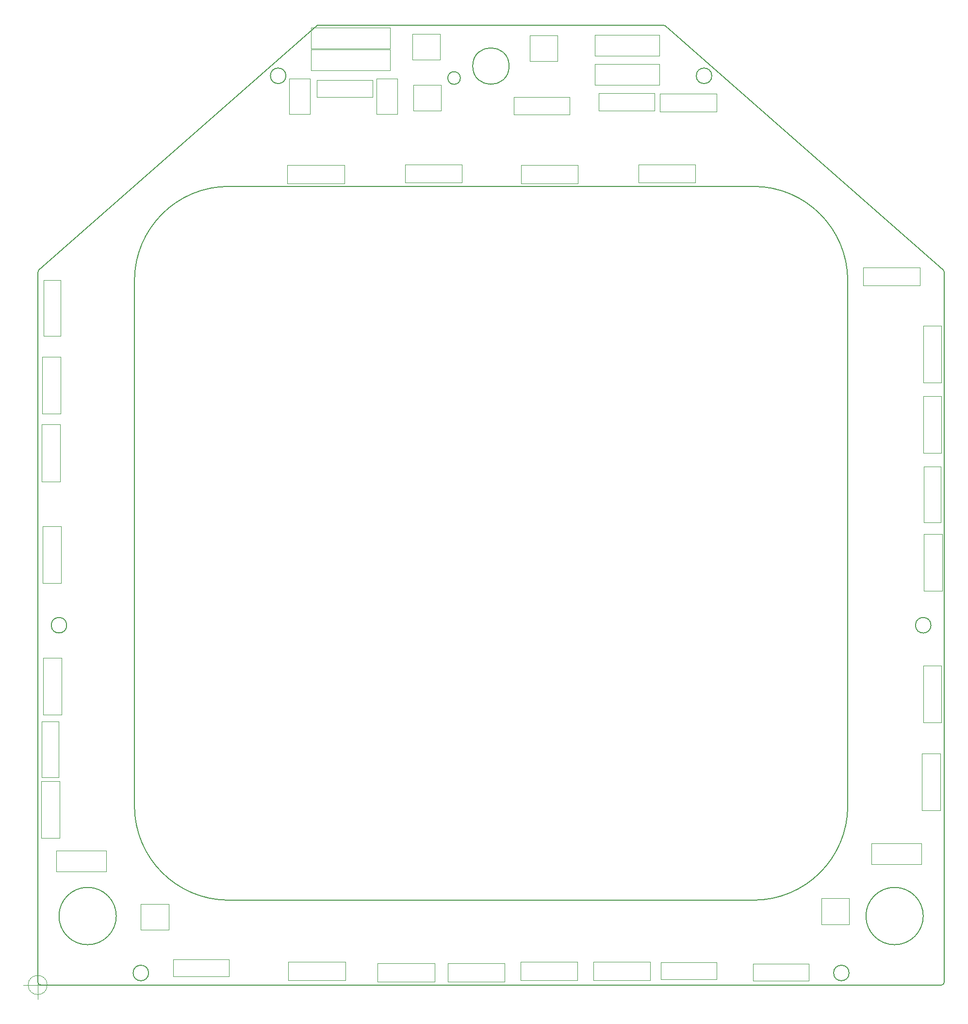
<source format=gbr>
G04 #@! TF.GenerationSoftware,KiCad,Pcbnew,(5.1.5-0-10_14)*
G04 #@! TF.CreationDate,2021-11-28T09:12:12+10:00*
G04 #@! TF.ProjectId,Buttons_DDI,42757474-6f6e-4735-9f44-44492e6b6963,rev?*
G04 #@! TF.SameCoordinates,Original*
G04 #@! TF.FileFunction,Other,User*
%FSLAX46Y46*%
G04 Gerber Fmt 4.6, Leading zero omitted, Abs format (unit mm)*
G04 Created by KiCad (PCBNEW (5.1.5-0-10_14)) date 2021-11-28 09:12:12*
%MOMM*%
%LPD*%
G04 APERTURE LIST*
%ADD10C,0.200000*%
%ADD11C,0.100000*%
%ADD12C,0.050000*%
G04 APERTURE END LIST*
D10*
X91030675Y-18376300D02*
G75*
G03X91030675Y-18376300I-1100000J0D01*
G01*
X99531375Y-16288500D02*
G75*
G03X99531375Y-16288500I-3175000J0D01*
G01*
X126464426Y-9144000D02*
X66106369Y-9176498D01*
X30987380Y-164503100D02*
G75*
G03X30987380Y-164503100I-5000000J0D01*
G01*
X60587233Y-17986375D02*
G75*
G03X60587233Y-17986375I-1352550J0D01*
G01*
X173148629Y-113792000D02*
G75*
G03X173148629Y-113792000I-1352550J0D01*
G01*
X50604140Y-161734500D02*
G75*
G02X34163000Y-145293360I0J16441140D01*
G01*
X158864300Y-174434500D02*
G75*
G03X158864300Y-174434500I-1352550J0D01*
G01*
X36626800Y-174434500D02*
G75*
G03X36626800Y-174434500I-1352550J0D01*
G01*
X158623000Y-145293360D02*
X158623000Y-53715640D01*
X142181860Y-37274500D02*
G75*
G02X158623000Y-53715640I0J-16441140D01*
G01*
X142181860Y-37274500D02*
X50604140Y-37274500D01*
X50604140Y-161734500D02*
X142181860Y-161734500D01*
X171798621Y-164503100D02*
G75*
G03X171798621Y-164503100I-5000000J0D01*
G01*
X126464426Y-9144000D02*
G75*
G02X126799582Y-9270248I0J-508000D01*
G01*
X17303750Y-52240798D02*
X17303750Y-176022000D01*
X17811750Y-176530000D02*
X174974250Y-176530000D01*
X175309406Y-51859046D02*
X126799582Y-9270248D01*
X175309406Y-51859046D02*
G75*
G02X175482250Y-52240798I-335156J-381752D01*
G01*
X158623000Y-145293360D02*
G75*
G02X142181860Y-161734500I-16441140J0D01*
G01*
X34163000Y-53715640D02*
X34163000Y-145293360D01*
X134903867Y-17986375D02*
G75*
G03X134903867Y-17986375I-1352550J0D01*
G01*
X22342471Y-113792000D02*
G75*
G03X22342471Y-113792000I-1352550J0D01*
G01*
X175482250Y-176022000D02*
X175482250Y-52240798D01*
X175482250Y-176022000D02*
G75*
G02X174974250Y-176530000I-508000J0D01*
G01*
X17303750Y-52240798D02*
G75*
G02X17476594Y-51859046I508000J0D01*
G01*
X34163000Y-53715640D02*
G75*
G02X50604140Y-37274500I16441140J0D01*
G01*
X17811750Y-176530000D02*
G75*
G02X17303750Y-176022000I0J508000D01*
G01*
X66106369Y-9176498D02*
X17476594Y-51859046D01*
D11*
X18938666Y-176530000D02*
G75*
G03X18938666Y-176530000I-1666666J0D01*
G01*
X14772000Y-176530000D02*
X19772000Y-176530000D01*
X17272000Y-174030000D02*
X17272000Y-179030000D01*
D12*
X21162000Y-88720000D02*
X21162000Y-78800000D01*
X17962000Y-88720000D02*
X21162000Y-88720000D01*
X17962000Y-78800000D02*
X17962000Y-88720000D01*
X21162000Y-78800000D02*
X17962000Y-78800000D01*
X135772000Y-172580000D02*
X126052000Y-172580000D01*
X135772000Y-175580000D02*
X135772000Y-172580000D01*
X126052000Y-175580000D02*
X135772000Y-175580000D01*
X126052000Y-172580000D02*
X126052000Y-175580000D01*
X75722000Y-18730000D02*
X66002000Y-18730000D01*
X75722000Y-21730000D02*
X75722000Y-18730000D01*
X66002000Y-21730000D02*
X75722000Y-21730000D01*
X66002000Y-18730000D02*
X66002000Y-21730000D01*
X124912000Y-21040000D02*
X115192000Y-21040000D01*
X124912000Y-24040000D02*
X124912000Y-21040000D01*
X115192000Y-24040000D02*
X124912000Y-24040000D01*
X115192000Y-21040000D02*
X115192000Y-24040000D01*
X174882000Y-95870000D02*
X174882000Y-86150000D01*
X171882000Y-95870000D02*
X174882000Y-95870000D01*
X171882000Y-86150000D02*
X171882000Y-95870000D01*
X174882000Y-86150000D02*
X171882000Y-86150000D01*
X50622000Y-172050000D02*
X40902000Y-172050000D01*
X50622000Y-175050000D02*
X50622000Y-172050000D01*
X40902000Y-175050000D02*
X50622000Y-175050000D01*
X40902000Y-172050000D02*
X40902000Y-175050000D01*
X151842000Y-172820000D02*
X142122000Y-172820000D01*
X151842000Y-175820000D02*
X151842000Y-172820000D01*
X142122000Y-175820000D02*
X151842000Y-175820000D01*
X142122000Y-172820000D02*
X142122000Y-175820000D01*
X20982000Y-140330000D02*
X20982000Y-130610000D01*
X17982000Y-140330000D02*
X20982000Y-140330000D01*
X17982000Y-130610000D02*
X17982000Y-140330000D01*
X20982000Y-130610000D02*
X17982000Y-130610000D01*
X21282000Y-63380000D02*
X21282000Y-53660000D01*
X18282000Y-63380000D02*
X21282000Y-63380000D01*
X18282000Y-53660000D02*
X18282000Y-63380000D01*
X21282000Y-53660000D02*
X18282000Y-53660000D01*
X158882000Y-161440000D02*
X154032000Y-161440000D01*
X158882000Y-165940000D02*
X158882000Y-161440000D01*
X154032000Y-165940000D02*
X158882000Y-165940000D01*
X154032000Y-161440000D02*
X154032000Y-165940000D01*
X40122000Y-162380000D02*
X35272000Y-162380000D01*
X40122000Y-166880000D02*
X40122000Y-162380000D01*
X35272000Y-166880000D02*
X40122000Y-166880000D01*
X35272000Y-162380000D02*
X35272000Y-166880000D01*
X80032000Y-18520000D02*
X76432000Y-18520000D01*
X80032000Y-24670000D02*
X80032000Y-18520000D01*
X76432000Y-24670000D02*
X80032000Y-24670000D01*
X76432000Y-18520000D02*
X76432000Y-24670000D01*
X114532000Y-10900000D02*
X114532000Y-14500000D01*
X125732000Y-10900000D02*
X114532000Y-10900000D01*
X125732000Y-14500000D02*
X125732000Y-10900000D01*
X114532000Y-14500000D02*
X125732000Y-14500000D01*
X65002000Y-9630000D02*
X65002000Y-13230000D01*
X78752000Y-9630000D02*
X65002000Y-9630000D01*
X78752000Y-13230000D02*
X78752000Y-9630000D01*
X65002000Y-13230000D02*
X78752000Y-13230000D01*
X125812000Y-24280000D02*
X135732000Y-24280000D01*
X125812000Y-21080000D02*
X125812000Y-24280000D01*
X135732000Y-21080000D02*
X125812000Y-21080000D01*
X135732000Y-24280000D02*
X135732000Y-21080000D01*
X64792000Y-18520000D02*
X61192000Y-18520000D01*
X64792000Y-24670000D02*
X64792000Y-18520000D01*
X61192000Y-24670000D02*
X64792000Y-24670000D01*
X61192000Y-18520000D02*
X61192000Y-24670000D01*
X65002000Y-13440000D02*
X65002000Y-17040000D01*
X78752000Y-13440000D02*
X65002000Y-13440000D01*
X78752000Y-17040000D02*
X78752000Y-13440000D01*
X65002000Y-17040000D02*
X78752000Y-17040000D01*
X114532000Y-15980000D02*
X114532000Y-19580000D01*
X125732000Y-15980000D02*
X114532000Y-15980000D01*
X125732000Y-19580000D02*
X125732000Y-15980000D01*
X114532000Y-19580000D02*
X125732000Y-19580000D01*
X20552000Y-153140000D02*
X20552000Y-156740000D01*
X29202000Y-153140000D02*
X20552000Y-153140000D01*
X29202000Y-156740000D02*
X29202000Y-153140000D01*
X20552000Y-156740000D02*
X29202000Y-156740000D01*
X162792000Y-151870000D02*
X162792000Y-155470000D01*
X171442000Y-151870000D02*
X162792000Y-151870000D01*
X171442000Y-155470000D02*
X171442000Y-151870000D01*
X162792000Y-155470000D02*
X171442000Y-155470000D01*
X60862000Y-36780000D02*
X70782000Y-36780000D01*
X60862000Y-33580000D02*
X60862000Y-36780000D01*
X70782000Y-33580000D02*
X60862000Y-33580000D01*
X70782000Y-36780000D02*
X70782000Y-33580000D01*
X81392000Y-36640000D02*
X91312000Y-36640000D01*
X81392000Y-33440000D02*
X81392000Y-36640000D01*
X91312000Y-33440000D02*
X81392000Y-33440000D01*
X91312000Y-36640000D02*
X91312000Y-33440000D01*
X101622000Y-36780000D02*
X111542000Y-36780000D01*
X101622000Y-33580000D02*
X101622000Y-36780000D01*
X111542000Y-33580000D02*
X101622000Y-33580000D01*
X111542000Y-36780000D02*
X111542000Y-33580000D01*
X122142000Y-36640000D02*
X132062000Y-36640000D01*
X122142000Y-33440000D02*
X122142000Y-36640000D01*
X132062000Y-33440000D02*
X122142000Y-33440000D01*
X132062000Y-36640000D02*
X132062000Y-33440000D01*
X161292000Y-54590000D02*
X171212000Y-54590000D01*
X161292000Y-51390000D02*
X161292000Y-54590000D01*
X171212000Y-51390000D02*
X161292000Y-51390000D01*
X171212000Y-54590000D02*
X171212000Y-51390000D01*
X174982000Y-71510000D02*
X174982000Y-61590000D01*
X171782000Y-71510000D02*
X174982000Y-71510000D01*
X171782000Y-61590000D02*
X171782000Y-71510000D01*
X174982000Y-61590000D02*
X171782000Y-61590000D01*
X174982000Y-83740000D02*
X174982000Y-73820000D01*
X171782000Y-83740000D02*
X174982000Y-83740000D01*
X171782000Y-73820000D02*
X171782000Y-83740000D01*
X174982000Y-73820000D02*
X171782000Y-73820000D01*
X175082000Y-107830000D02*
X175082000Y-97910000D01*
X171882000Y-107830000D02*
X175082000Y-107830000D01*
X171882000Y-97910000D02*
X171882000Y-107830000D01*
X175082000Y-97910000D02*
X171882000Y-97910000D01*
X174982000Y-130740000D02*
X174982000Y-120820000D01*
X171782000Y-130740000D02*
X174982000Y-130740000D01*
X171782000Y-120820000D02*
X171782000Y-130740000D01*
X174982000Y-120820000D02*
X171782000Y-120820000D01*
X174742000Y-146090000D02*
X174742000Y-136170000D01*
X171542000Y-146090000D02*
X174742000Y-146090000D01*
X171542000Y-136170000D02*
X171542000Y-146090000D01*
X174742000Y-136170000D02*
X171542000Y-136170000D01*
X61022000Y-175710000D02*
X70942000Y-175710000D01*
X61022000Y-172510000D02*
X61022000Y-175710000D01*
X70942000Y-172510000D02*
X61022000Y-172510000D01*
X70942000Y-175710000D02*
X70942000Y-172510000D01*
X114252000Y-175680000D02*
X124172000Y-175680000D01*
X114252000Y-172480000D02*
X114252000Y-175680000D01*
X124172000Y-172480000D02*
X114252000Y-172480000D01*
X124172000Y-175680000D02*
X124172000Y-172480000D01*
X101542000Y-175710000D02*
X111462000Y-175710000D01*
X101542000Y-172510000D02*
X101542000Y-175710000D01*
X111462000Y-172510000D02*
X101542000Y-172510000D01*
X111462000Y-175710000D02*
X111462000Y-172510000D01*
X88832000Y-175950000D02*
X98752000Y-175950000D01*
X88832000Y-172750000D02*
X88832000Y-175950000D01*
X98752000Y-172750000D02*
X88832000Y-172750000D01*
X98752000Y-175950000D02*
X98752000Y-172750000D01*
X76612000Y-175950000D02*
X86532000Y-175950000D01*
X76612000Y-172750000D02*
X76612000Y-175950000D01*
X86532000Y-172750000D02*
X76612000Y-172750000D01*
X86532000Y-175950000D02*
X86532000Y-172750000D01*
X21272000Y-76890000D02*
X21272000Y-66970000D01*
X18072000Y-76890000D02*
X21272000Y-76890000D01*
X18072000Y-66970000D02*
X18072000Y-76890000D01*
X21272000Y-66970000D02*
X18072000Y-66970000D01*
X21082000Y-150900000D02*
X21082000Y-140980000D01*
X17882000Y-150900000D02*
X21082000Y-150900000D01*
X17882000Y-140980000D02*
X17882000Y-150900000D01*
X21082000Y-140980000D02*
X17882000Y-140980000D01*
X21412000Y-129420000D02*
X21412000Y-119500000D01*
X18212000Y-129420000D02*
X21412000Y-129420000D01*
X18212000Y-119500000D02*
X18212000Y-129420000D01*
X21412000Y-119500000D02*
X18212000Y-119500000D01*
X21352000Y-106460000D02*
X21352000Y-96540000D01*
X18152000Y-106460000D02*
X21352000Y-106460000D01*
X18152000Y-96540000D02*
X18152000Y-106460000D01*
X21352000Y-96540000D02*
X18152000Y-96540000D01*
X103172000Y-10930000D02*
X103172000Y-15430000D01*
X103172000Y-15430000D02*
X108022000Y-15430000D01*
X108022000Y-15430000D02*
X108022000Y-10930000D01*
X108022000Y-10930000D02*
X103172000Y-10930000D01*
X82642000Y-10700000D02*
X82642000Y-15200000D01*
X82642000Y-15200000D02*
X87492000Y-15200000D01*
X87492000Y-15200000D02*
X87492000Y-10700000D01*
X87492000Y-10700000D02*
X82642000Y-10700000D01*
X87692000Y-19560000D02*
X82842000Y-19560000D01*
X87692000Y-24060000D02*
X87692000Y-19560000D01*
X82842000Y-24060000D02*
X87692000Y-24060000D01*
X82842000Y-19560000D02*
X82842000Y-24060000D01*
X110122000Y-24730000D02*
X110122000Y-21730000D01*
X110122000Y-21730000D02*
X100402000Y-21730000D01*
X100402000Y-21730000D02*
X100402000Y-24730000D01*
X100402000Y-24730000D02*
X110122000Y-24730000D01*
M02*

</source>
